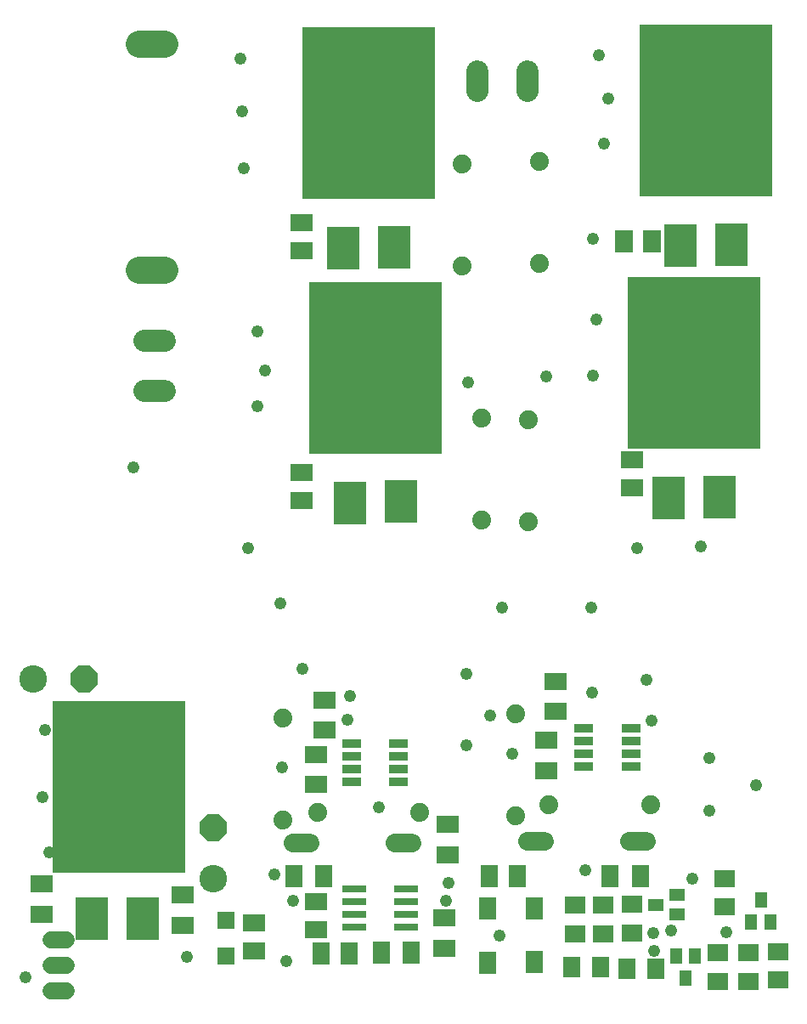
<source format=gts>
G04 EAGLE Gerber RS-274X export*
G75*
%MOMM*%
%FSLAX34Y34*%
%LPD*%
%INSoldermask Top*%
%IPPOS*%
%AMOC8*
5,1,8,0,0,1.08239X$1,22.5*%
G01*
%ADD10R,1.983200X0.923200*%
%ADD11C,3.505200*%
%ADD12R,13.203200X17.203200*%
%ADD13R,3.203200X4.203200*%
%ADD14R,2.403200X0.803200*%
%ADD15R,1.703200X2.203200*%
%ADD16R,2.203200X1.703200*%
%ADD17R,2.203200X1.803200*%
%ADD18R,1.803200X2.203200*%
%ADD19C,2.743200*%
%ADD20P,2.969212X8X22.500000*%
%ADD21R,1.703200X1.703200*%
%ADD22C,1.879600*%
%ADD23C,1.727200*%
%ADD24C,2.184400*%
%ADD25C,1.879600*%
%ADD26P,2.969212X8X112.500000*%
%ADD27C,2.743200*%
%ADD28R,2.006200X1.803200*%
%ADD29R,1.803200X2.006200*%
%ADD30R,1.603200X1.203200*%
%ADD31R,1.203200X1.603200*%
%ADD32C,1.209600*%


D10*
X402200Y245850D03*
X355200Y245850D03*
X402200Y233150D03*
X402200Y258550D03*
X402200Y271250D03*
X355200Y233150D03*
X355200Y258550D03*
X355200Y271250D03*
D11*
X372000Y941260D03*
D12*
X372000Y899500D03*
D13*
X397400Y766000D03*
X346600Y764730D03*
D14*
X409500Y101550D03*
X357500Y101550D03*
X409500Y88850D03*
X409500Y114250D03*
X409500Y126950D03*
X357500Y88850D03*
X357500Y114250D03*
X357500Y126950D03*
D15*
X327700Y139000D03*
X297700Y139000D03*
D16*
X448000Y97500D03*
X448000Y67500D03*
D17*
X319800Y86200D03*
X319800Y114200D03*
D18*
X352800Y62600D03*
X324800Y62600D03*
D17*
X258100Y65100D03*
X258100Y93100D03*
D19*
X37700Y335700D03*
D20*
X88500Y335700D03*
D21*
X230000Y60100D03*
X230000Y95100D03*
D11*
X378600Y687760D03*
D12*
X378600Y646000D03*
D13*
X404000Y512500D03*
X353200Y511230D03*
D17*
X305600Y762200D03*
X305600Y790200D03*
X305100Y513200D03*
X305100Y541200D03*
D16*
X319600Y230500D03*
X319600Y260500D03*
X328200Y285000D03*
X328200Y315000D03*
D22*
X286600Y297100D03*
X286600Y195500D03*
X422800Y203000D03*
X321200Y203000D03*
D16*
X450700Y160900D03*
X450700Y190900D03*
D10*
X633600Y261450D03*
X586600Y261450D03*
X633600Y248750D03*
X633600Y274150D03*
X633600Y286850D03*
X586600Y248750D03*
X586600Y274150D03*
X586600Y286850D03*
D11*
X708500Y943860D03*
D12*
X708500Y902100D03*
D13*
X733900Y768600D03*
X683100Y767330D03*
D11*
X696200Y692560D03*
D12*
X696200Y650800D03*
D13*
X721600Y517300D03*
X670800Y516030D03*
D18*
G36*
X645365Y782624D02*
X663396Y782655D01*
X663435Y760624D01*
X645404Y760593D01*
X645365Y782624D01*
G37*
G36*
X617365Y782576D02*
X635396Y782607D01*
X635435Y760576D01*
X617404Y760545D01*
X617365Y782576D01*
G37*
D17*
X634500Y526100D03*
X634500Y554100D03*
D16*
X549400Y244500D03*
X549400Y274500D03*
X558300Y303400D03*
X558300Y333400D03*
D22*
X518700Y301500D03*
X518700Y199900D03*
X653400Y210200D03*
X551800Y210200D03*
D15*
X613000Y139200D03*
X643000Y139200D03*
D11*
X123300Y269960D03*
D12*
X123300Y228200D03*
D13*
X147430Y97240D03*
X96630Y97240D03*
D16*
X46200Y101600D03*
X46200Y131600D03*
X186700Y120400D03*
X186700Y90400D03*
D23*
X70720Y25000D02*
X55480Y25000D01*
X55480Y50400D02*
X70720Y50400D01*
X70720Y75800D02*
X55480Y75800D01*
D18*
X492500Y139100D03*
X520500Y139100D03*
D15*
X385000Y63000D03*
X415000Y63000D03*
D24*
X480854Y921394D02*
X480854Y941206D01*
X530892Y941206D02*
X530892Y921394D01*
X168706Y672646D02*
X148894Y672646D01*
X148894Y622608D02*
X168706Y622608D01*
D25*
X632418Y174500D02*
X649182Y174500D01*
X547582Y174500D02*
X530818Y174500D01*
X415182Y172000D02*
X398418Y172000D01*
X313582Y172000D02*
X296818Y172000D01*
D19*
X217500Y137100D03*
D26*
X217500Y187900D03*
D18*
X537500Y107500D03*
X537500Y53500D03*
X491000Y107000D03*
X491000Y53000D03*
D27*
X168700Y742978D02*
X143300Y742978D01*
X143300Y968022D02*
X168700Y968022D01*
D22*
X484500Y494200D03*
X484500Y595800D03*
X465500Y747200D03*
X465500Y848800D03*
X531500Y492200D03*
X531500Y593800D03*
X542500Y750200D03*
X542500Y851800D03*
D28*
X578000Y110220D03*
X578000Y81780D03*
X606000Y110220D03*
X606000Y81780D03*
X635000Y82780D03*
X635000Y111220D03*
D29*
X629780Y47000D03*
X658220Y47000D03*
X574780Y49000D03*
X603220Y49000D03*
D28*
X720000Y34780D03*
X720000Y63220D03*
X751000Y34780D03*
X751000Y63220D03*
X780000Y35780D03*
X780000Y64220D03*
X727000Y137220D03*
X727000Y108780D03*
D30*
X658000Y111000D03*
X680000Y120500D03*
X680000Y101500D03*
D31*
X763000Y116000D03*
X772500Y94000D03*
X753500Y94000D03*
X688000Y38000D03*
X678500Y60000D03*
X697500Y60000D03*
D32*
X353500Y319000D03*
X278500Y141000D03*
X138000Y547000D03*
X252000Y466000D03*
X284000Y411000D03*
X640000Y466000D03*
X505000Y407000D03*
X703000Y468000D03*
X594000Y407000D03*
X470000Y341000D03*
X470000Y270000D03*
X290000Y55000D03*
X191000Y59000D03*
X30000Y39000D03*
X54000Y163000D03*
X47000Y218000D03*
X50000Y285000D03*
X712000Y205000D03*
X758000Y230000D03*
X712000Y257000D03*
X351500Y295000D03*
X493500Y299000D03*
X382500Y208000D03*
X695000Y137000D03*
X449500Y115000D03*
X296500Y115000D03*
X588500Y145000D03*
X451500Y133000D03*
X244000Y954000D03*
X246000Y901000D03*
X248000Y845000D03*
X611000Y914000D03*
X602000Y957000D03*
X654500Y294000D03*
X649500Y335000D03*
X306500Y346000D03*
X286000Y247500D03*
X396000Y761000D03*
X261000Y682000D03*
X269000Y643000D03*
X261000Y608000D03*
X471000Y631000D03*
X594500Y322000D03*
X515500Y261000D03*
X596000Y638000D03*
X596000Y774000D03*
X549000Y637000D03*
X599000Y694000D03*
X656220Y82780D03*
X657000Y65000D03*
X503000Y80000D03*
X673491Y85509D03*
X728456Y83544D03*
X607000Y869000D03*
M02*

</source>
